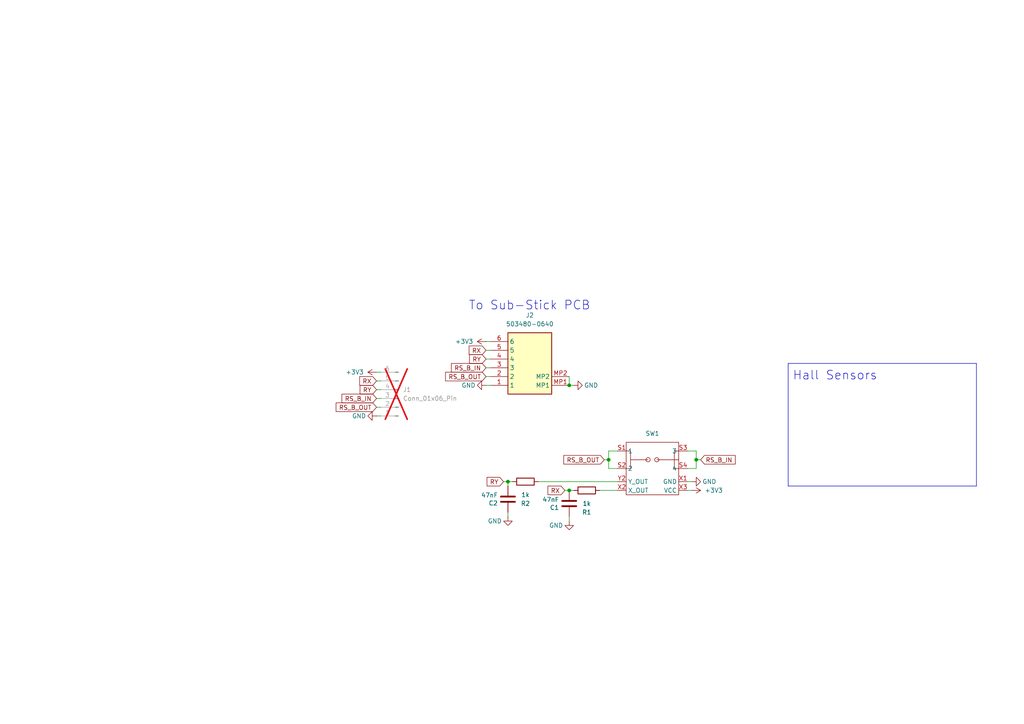
<source format=kicad_sch>
(kicad_sch (version 20231120) (generator "eeschema") (generator_version "8.0")
  (paper "A4")
  (lib_symbols
    (symbol "Connector:Conn_01x06_Pin" (pin_names (offset 1.016) hide)
      (property "Reference" "J" (at 0 7.62 0))
      (property "Value" "Conn_01x06_Pin" (at 0 -10.16 0))
      (symbol "Conn_01x06_Pin_1_1"
        (polyline (pts (xy 1.27 -7.62) (xy 0.8636 -7.62)) (stroke (width 0.1524)))
        (polyline (pts (xy 1.27 -5.08) (xy 0.8636 -5.08)) (stroke (width 0.1524)))
        (polyline (pts (xy 1.27 -2.54) (xy 0.8636 -2.54)) (stroke (width 0.1524)))
        (polyline (pts (xy 1.27 0) (xy 0.8636 0)) (stroke (width 0.1524)))
        (polyline (pts (xy 1.27 2.54) (xy 0.8636 2.54)) (stroke (width 0.1524)))
        (polyline (pts (xy 1.27 5.08) (xy 0.8636 5.08)) (stroke (width 0.1524)))
        (rectangle (start 0.8636 -7.493) (end 0 -7.747) (stroke (width 0.1524)) (fill (type outline)))
        (rectangle (start 0.8636 -4.953) (end 0 -5.207) (stroke (width 0.1524)) (fill (type outline)))
        (rectangle (start 0.8636 -2.413) (end 0 -2.667) (stroke (width 0.1524)) (fill (type outline)))
        (rectangle (start 0.8636 0.127) (end 0 -0.127) (stroke (width 0.1524)) (fill (type outline)))
        (rectangle (start 0.8636 2.667) (end 0 2.413) (stroke (width 0.1524)) (fill (type outline)))
        (rectangle (start 0.8636 5.207) (end 0 4.953) (stroke (width 0.1524)) (fill (type outline)))
        (pin passive line (at 5.08 5.08 180) (length 3.81) (name "Pin_1") (number "1"))
        (pin passive line (at 5.08 2.54 180) (length 3.81) (name "Pin_2") (number "2"))
        (pin passive line (at 5.08 0 180) (length 3.81) (name "Pin_3") (number "3"))
        (pin passive line (at 5.08 -2.54 180) (length 3.81) (name "Pin_4") (number "4"))
        (pin passive line (at 5.08 -5.08 180) (length 3.81) (name "Pin_5") (number "5"))
        (pin passive line (at 5.08 -7.62 180) (length 3.81) (name "Pin_6") (number "6"))
      )
    )
    (symbol "Device:C" (pin_numbers hide) (pin_names (offset 0.254))
      (property "Reference" "C" (at 0.635 2.54 0))
      (property "Value" "C" (at 0.635 -2.54 0))
      (symbol "C_0_1"
        (polyline (pts (xy -2.032 -0.762) (xy 2.032 -0.762)) (stroke (width 0.508)))
        (polyline (pts (xy -2.032 0.762) (xy 2.032 0.762)) (stroke (width 0.508)))
      )
      (symbol "C_1_1"
        (pin passive line (at 0 3.81 270) (length 2.794) (name "~") (number "1"))
        (pin passive line (at 0 -3.81 90) (length 2.794) (name "~") (number "2"))
      )
    )
    (symbol "Device:R" (pin_numbers hide) (pin_names (offset 0))
      (property "Reference" "R" (at 2.032 0 90))
      (property "Value" "R" (at 0 0 90))
      (symbol "R_0_1"
        (rectangle (start -1.016 -2.54) (end 1.016 2.54) (stroke (width 0.254)))
      )
      (symbol "R_1_1"
        (pin passive line (at 0 3.81 270) (length 1.27) (name "~") (number "1"))
        (pin passive line (at 0 -3.81 90) (length 1.27) (name "~") (number "2"))
      )
    )
    (symbol "hhl:503480-0640"
      (property "Reference" "J" (at 19.05 7.62 0))
      (property "Value" "503480-0640" (at 19.05 5.08 0))
      (symbol "503480-0640_1_1"
        (rectangle (start 5.08 2.54) (end 17.78 -15.24) (stroke (width 0.254)) (fill (type background)))
        (pin passive line (at 22.86 0 180) (length 5.08) (name "1") (number "1"))
        (pin passive line (at 22.86 -2.54 180) (length 5.08) (name "2") (number "2"))
        (pin passive line (at 22.86 -5.08 180) (length 5.08) (name "3") (number "3"))
        (pin passive line (at 22.86 -7.62 180) (length 5.08) (name "4") (number "4"))
        (pin passive line (at 22.86 -10.16 180) (length 5.08) (name "5") (number "5"))
        (pin passive line (at 22.86 -12.7 180) (length 5.08) (name "6") (number "6"))
        (pin passive line (at 0 0 0) (length 5.08) (name "MP1") (number "MP1"))
        (pin passive line (at 0 -2.54 0) (length 5.08) (name "MP2") (number "MP2"))
      )
    )
    (symbol "hhl:GL1807SYAE-002"
      (property "Reference" "SW" (at 0 6.35 0))
      (symbol "GL1807SYAE-002_0_1"
        (rectangle (start -7.62 5.08) (end 7.62 -10.16))
        (circle (center -1.27 0) (radius 0.6087))
        (polyline (pts (xy -6.35 0) (xy -1.27 0)))
        (polyline (pts (xy 1.27 0) (xy 7.62 0)))
        (polyline (pts (xy -7.62 2.54) (xy -6.35 2.54) (xy -6.35 0) (xy -6.35 -2.54) (xy -7.62 -2.54)))
        (polyline (pts (xy 7.62 2.54) (xy 6.35 2.54) (xy 6.35 0) (xy 6.35 -2.54) (xy 7.62 -2.54)))
        (circle (center 1.27 0) (radius 0.6087))
      )
      (symbol "GL1807SYAE-002_1_1"
        (pin input line (at -10.16 2.54 0) (length 2.54) (name "1") (number "S1"))
        (pin input line (at -10.16 -2.54 0) (length 2.54) (name "2") (number "S2"))
        (pin input line (at 10.16 2.54 180) (length 2.54) (name "3") (number "S3"))
        (pin input line (at 10.16 -2.54 180) (length 2.54) (name "4") (number "S4"))
        (pin input line (at 10.16 -6.35 180) (length 2.54) (name "GND") (number "X1"))
        (pin input line (at -10.16 -8.89 0) (length 2.54) (name "X_OUT") (number "X2"))
        (pin input line (at 10.16 -8.89 180) (length 2.54) (name "VCC") (number "X3"))
        (pin input line (at 10.16 -6.35 180) (length 2.54) hide (name "GND") (number "Y1"))
        (pin input line (at -10.16 -6.35 0) (length 2.54) (name "Y_OUT") (number "Y2"))
        (pin input line (at 10.16 -8.89 180) (length 2.54) hide (name "VCC") (number "Y3"))
      )
    )
    (symbol "power:+3V3" (power) (pin_numbers hide) (pin_names (offset 0) hide)
      (property "Value" "+3V3" (at 0 3.556 0))
      (symbol "+3V3_0_1"
        (polyline (pts (xy -0.762 1.27) (xy 0 2.54)))
        (polyline (pts (xy 0 0) (xy 0 2.54)))
        (polyline (pts (xy 0 2.54) (xy 0.762 1.27)))
      )
      (symbol "+3V3_1_1"
        (pin power_in line (at 0 0 90) (length 0) (name "~") (number "1"))
      )
    )
    (symbol "power:GND" (power) (pin_numbers hide) (pin_names (offset 0) hide)
      (property "Value" "GND" (at 0 -3.81 0))
      (symbol "GND_0_1"
        (polyline (pts (xy 0 0) (xy 0 -1.27) (xy 1.27 -1.27) (xy 0 -2.54) (xy -1.27 -1.27) (xy 0 -1.27)))
      )
      (symbol "GND_1_1"
        (pin power_in line (at 0 0 270) (length 0) (name "~") (number "1"))
      )
    )
  )
  (junction (at 201.93 133.35))
  (junction (at 147.32 139.7))
  (junction (at 165.1 111.76))
  (junction (at 176.53 133.35))
  (junction (at 165.1 142.24))
  (wire (pts (xy 140.97 99.06) (xy 142.24 99.06)))
  (wire (pts (xy 148.59 139.7) (xy 147.32 139.7)))
  (polyline (pts (xy 283.21 140.97) (xy 283.21 105.41)))
  (polyline (pts (xy 228.6 140.97) (xy 283.21 140.97)))
  (wire (pts (xy 140.97 111.76) (xy 142.24 111.76)))
  (wire (pts (xy 176.53 130.81) (xy 176.53 133.35)))
  (wire (pts (xy 201.93 130.81) (xy 201.93 133.35)))
  (wire (pts (xy 147.32 139.7) (xy 146.05 139.7)))
  (wire (pts (xy 109.22 110.49) (xy 110.49 110.49)))
  (wire (pts (xy 165.1 142.24) (xy 163.83 142.24)))
  (wire (pts (xy 109.22 107.95) (xy 110.49 107.95)))
  (wire (pts (xy 175.26 133.35) (xy 176.53 133.35)))
  (wire (pts (xy 199.39 130.81) (xy 201.93 130.81)))
  (wire (pts (xy 176.53 130.81) (xy 179.07 130.81)))
  (polyline (pts (xy 283.21 105.41) (xy 228.6 105.41)))
  (wire (pts (xy 109.22 115.57) (xy 110.49 115.57)))
  (wire (pts (xy 176.53 133.35) (xy 176.53 135.89)))
  (wire (pts (xy 156.21 139.7) (xy 179.07 139.7)))
  (wire (pts (xy 140.97 109.22) (xy 142.24 109.22)))
  (wire (pts (xy 109.22 120.65) (xy 110.49 120.65)))
  (wire (pts (xy 140.97 101.6) (xy 142.24 101.6)))
  (wire (pts (xy 201.93 133.35) (xy 201.93 135.89)))
  (wire (pts (xy 173.99 142.24) (xy 179.07 142.24)))
  (wire (pts (xy 199.39 139.7) (xy 200.66 139.7)))
  (wire (pts (xy 109.22 113.03) (xy 110.49 113.03)))
  (wire (pts (xy 147.32 140.97) (xy 147.32 139.7)))
  (wire (pts (xy 147.32 148.59) (xy 147.32 149.86)))
  (wire (pts (xy 199.39 135.89) (xy 201.93 135.89)))
  (wire (pts (xy 140.97 104.14) (xy 142.24 104.14)))
  (wire (pts (xy 140.97 106.68) (xy 142.24 106.68)))
  (wire (pts (xy 165.1 111.76) (xy 166.37 111.76)))
  (wire (pts (xy 203.2 133.35) (xy 201.93 133.35)))
  (wire (pts (xy 179.07 135.89) (xy 176.53 135.89)))
  (wire (pts (xy 109.22 118.11) (xy 110.49 118.11)))
  (wire (pts (xy 199.39 142.24) (xy 200.66 142.24)))
  (wire (pts (xy 165.1 109.22) (xy 165.1 111.76)))
  (wire (pts (xy 166.37 142.24) (xy 165.1 142.24)))
  (wire (pts (xy 165.1 151.13) (xy 165.1 149.86)))
  (polyline (pts (xy 228.6 105.41) (xy 228.6 140.97)))
  (text "To Sub-Stick PCB" (at 135.89 90.17 0) (effects (font (size 2.54 2.54)) (justify left bottom)))
  (text "Hall Sensors" (at 229.87 110.49 0) (effects (font (size 2.54 2.54)) (justify left bottom)))
  (global_label "RX" (shape input) (at 140.97 101.6 180) (property "Intersheetrefs" "${INTERSHEET_REFS}" (effects (hide yes))))
  (global_label "RX" (shape input) (at 163.83 142.24 180) (property "Intersheetrefs" "${INTERSHEET_REFS}" (effects (hide yes))))
  (global_label "RX" (shape input) (at 109.22 110.49 180) (property "Intersheetrefs" "${INTERSHEET_REFS}" (effects (hide yes))))
  (global_label "RS_B_IN" (shape input) (at 203.2 133.35 0) (property "Intersheetrefs" "${INTERSHEET_REFS}" (effects (hide yes))))
  (global_label "RS_B_OUT" (shape input) (at 109.22 118.11 180) (property "Intersheetrefs" "${INTERSHEET_REFS}" (effects (hide yes))))
  (global_label "RS_B_IN" (shape input) (at 140.97 106.68 180) (property "Intersheetrefs" "${INTERSHEET_REFS}" (effects (hide yes))))
  (global_label "RY" (shape input) (at 109.22 113.03 180) (property "Intersheetrefs" "${INTERSHEET_REFS}" (effects (hide yes))))
  (global_label "RY" (shape input) (at 140.97 104.14 180) (property "Intersheetrefs" "${INTERSHEET_REFS}" (effects (hide yes))))
  (global_label "RS_B_OUT" (shape input) (at 140.97 109.22 180) (property "Intersheetrefs" "${INTERSHEET_REFS}" (effects (hide yes))))
  (global_label "RS_B_IN" (shape input) (at 109.22 115.57 180) (property "Intersheetrefs" "${INTERSHEET_REFS}" (effects (hide yes))))
  (global_label "RS_B_OUT" (shape input) (at 175.26 133.35 180) (property "Intersheetrefs" "${INTERSHEET_REFS}" (effects (hide yes))))
  (global_label "RY" (shape input) (at 146.05 139.7 180) (property "Intersheetrefs" "${INTERSHEET_REFS}" (effects (hide yes))))
  (symbol (lib_id "power:+3V3") (at 200.66 142.24 270) (unit 1)
    (property "Reference" "#PWR06" (effects (hide yes)))
    (property "Value" "+3V3" (at 207.01 142.24 90))
    (property "Description" "Power symbol creates a global label with name \"+3V3\"" (effects (hide yes)))
  )
  (symbol (lib_id "hhl:GL1807SYAE-002") (at 189.23 133.35 0) (unit 1)
    (property "Reference" "SW1" (at 189.23 125.73 0))
    (property "Value" "GL18_SW" (effects (hide yes)))
    (property "Footprint" "hhl:GL1807SYAE" (effects (hide yes)))
    (property "Datasheet" "${KIPRJMOD}/../progcc_v3_libs/docs/GuliKit Hall stick GL18,hall sensor datasheet.pdf" (effects (hide yes)))
    (property "Description" "TMR Analog Stick with button" (effects (hide yes)))
    (property "MPN" "GL1807SYAE-002" (effects (hide yes)))
    (property "Price" "1.9" (effects (hide yes)))
  )
  (symbol (lib_id "hhl:503480-0640") (at 165.1 111.76 180) (unit 1)
    (property "Reference" "J2" (at 153.67 91.44 0))
    (property "Value" "503480-0640" (at 153.67 93.98 0))
    (property "Footprint" "hhl:5034800640" (effects (hide yes)))
    (property "Datasheet" "https://www.molex.com/pdm_docs/sd/5034800640_sd.pdf" (effects (hide yes)))
    (property "Description" "Connector FFC/FPC Connector Socket 6 Position 0.5mm Solder Right Angle Surface Mount Emboss T/R" (effects (hide yes)))
    (property "Height" "1.2" (effects (hide yes)))
    (property "Mouser Part Number" "538-503480-0640" (effects (hide yes)))
    (property "Mouser Price/Stock" "https://www.mouser.co.uk/ProductDetail/Molex/503480-0640?qs=LBbezbu20sgOjA1645rLWw%3D%3D" (effects (hide yes)))
    (property "Manufacturer_Name" "Molex" (effects (hide yes)))
    (property "MPN" "503480-0640" (effects (hide yes)))
    (property "Manufacturer_Part_Number" "503480-0640" (effects (hide yes)))
    (property "Price" "0.48" (effects (hide yes)))
    (property "LCSC" "C3168077" (effects (hide yes)))
  )
  (symbol (lib_id "power:GND") (at 147.32 149.86 0) (unit 1)
    (property "Reference" "#PWR04" (effects (hide yes)))
    (property "Value" "GND" (at 143.51 151.13 0))
    (property "Description" "Power symbol creates a global label with name \"GND\" , ground" (effects (hide yes)))
  )
  (symbol (lib_id "Device:C") (at 165.1 146.05 180) (unit 1)
    (property "Reference" "C1" (at 162.179 147.2184 0) (effects (justify left)))
    (property "Value" "47nF" (at 162.179 144.907 0) (effects (justify left)))
    (property "Footprint" "Capacitor_SMD:C_0603_1608Metric" (effects (hide yes)))
    (property "Description" "Unpolarized capacitor" (effects (hide yes)))
    (property "LCSC" "C519554" (effects (hide yes)))
    (property "MPN" "CC0603JRX7R9BB473" (effects (hide yes)))
    (property "Price" "0.0026" (effects (hide yes)))
  )
  (symbol (lib_id "Device:R") (at 152.4 139.7 270) (unit 1)
    (property "Reference" "R2" (at 152.4 146.05 90))
    (property "Value" "1k" (at 152.4 143.51 90))
    (property "Footprint" "Resistor_SMD:R_0201_0603Metric" (effects (hide yes)))
    (property "Description" "Resistor" (effects (hide yes)))
    (property "LCSC" "C138165" (effects (hide yes)))
    (property "MPN" "RC0201FR-071KL " (effects (hide yes)))
    (property "Price" "0.0006" (effects (hide yes)))
  )
  (symbol (lib_id "power:+3V3") (at 109.22 107.95 90) (unit 1)
    (property "Reference" "#PWR09" (effects (hide yes)))
    (property "Value" "+3V3" (at 102.87 107.95 90))
    (property "Description" "Power symbol creates a global label with name \"+3V3\"" (effects (hide yes)))
  )
  (symbol (lib_id "power:GND") (at 165.1 151.13 0) (unit 1)
    (property "Reference" "#PWR03" (effects (hide yes)))
    (property "Value" "GND" (at 161.29 152.4 0))
    (property "Description" "Power symbol creates a global label with name \"GND\" , ground" (effects (hide yes)))
  )
  (symbol (lib_id "power:+3V3") (at 140.97 99.06 90) (unit 1)
    (property "Reference" "#PWR07" (effects (hide yes)))
    (property "Value" "+3V3" (at 134.62 99.06 90))
    (property "Description" "Power symbol creates a global label with name \"+3V3\"" (effects (hide yes)))
  )
  (symbol (lib_id "Device:C") (at 147.32 144.78 180) (unit 1)
    (property "Reference" "C2" (at 144.399 145.9484 0) (effects (justify left)))
    (property "Value" "47nF" (at 144.399 143.637 0) (effects (justify left)))
    (property "Footprint" "Capacitor_SMD:C_0603_1608Metric" (effects (hide yes)))
    (property "Description" "Unpolarized capacitor" (effects (hide yes)))
    (property "LCSC" "C519554" (effects (hide yes)))
    (property "MPN" "CC0603JRX7R9BB473" (effects (hide yes)))
    (property "Price" "0.0026" (effects (hide yes)))
  )
  (symbol (lib_id "power:GND") (at 109.22 120.65 270) (unit 1)
    (property "Reference" "#PWR010" (effects (hide yes)))
    (property "Value" "GND" (at 104.14 120.65 90))
    (property "Description" "Power symbol creates a global label with name \"GND\" , ground" (effects (hide yes)))
  )
  (symbol (lib_id "power:GND") (at 166.37 111.76 90) (unit 1)
    (property "Reference" "#PWR011" (effects (hide yes)))
    (property "Value" "GND" (at 171.45 111.76 90))
    (property "Description" "Power symbol creates a global label with name \"GND\" , ground" (effects (hide yes)))
  )
  (symbol (lib_id "Device:R") (at 170.18 142.24 270) (unit 1)
    (property "Reference" "R1" (at 170.18 148.59 90))
    (property "Value" "1k" (at 170.18 146.05 90))
    (property "Footprint" "Resistor_SMD:R_0201_0603Metric" (effects (hide yes)))
    (property "Description" "Resistor" (effects (hide yes)))
    (property "LCSC" "C138165" (effects (hide yes)))
    (property "MPN" "RC0201FR-071KL " (effects (hide yes)))
    (property "Price" "0.0006" (effects (hide yes)))
  )
  (symbol (lib_id "Connector:Conn_01x06_Pin") (at 115.57 115.57 180) (unit 1) (exclude_from_sim yes) (in_bom no) (dnp yes)
    (property "Reference" "J1" (at 116.84 113.03 0) (effects (justify right)))
    (property "Value" "Conn_01x06_Pin" (at 116.84 115.57 0) (effects (justify right)))
    (property "Footprint" "Connector_PinHeader_2.00mm:PinHeader_1x06_P2.00mm_Vertical" (effects (hide yes)))
    (property "Description" "Generic connector, single row, 01x06, script generated" (effects (hide yes)))
    (property "MPN" "N/A" (effects (hide yes)))
  )
  (symbol (lib_id "power:GND") (at 140.97 111.76 270) (unit 1)
    (property "Reference" "#PWR08" (effects (hide yes)))
    (property "Value" "GND" (at 135.89 111.76 90))
    (property "Description" "Power symbol creates a global label with name \"GND\" , ground" (effects (hide yes)))
  )
  (symbol (lib_id "power:GND") (at 200.66 139.7 90) (unit 1)
    (property "Reference" "#PWR01" (effects (hide yes)))
    (property "Value" "GND" (at 205.74 139.7 90))
    (property "Description" "Power symbol creates a global label with name \"GND\" , ground" (effects (hide yes)))
  )
)
</source>
